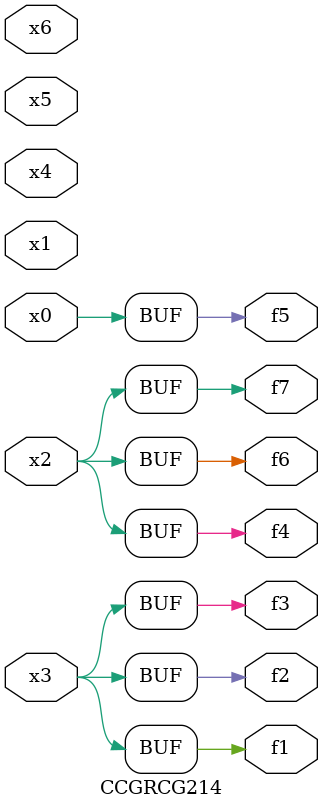
<source format=v>
module CCGRCG214(
	input x0, x1, x2, x3, x4, x5, x6,
	output f1, f2, f3, f4, f5, f6, f7
);
	assign f1 = x3;
	assign f2 = x3;
	assign f3 = x3;
	assign f4 = x2;
	assign f5 = x0;
	assign f6 = x2;
	assign f7 = x2;
endmodule

</source>
